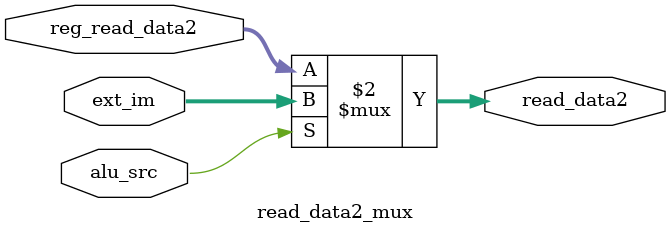
<source format=v>
module reg_write_mux(select_line, instr, reg_write_dest);

input select_line;
input [15:0] instr;
output [2:0] reg_write_dest;

assign reg_write_dest = (select_line == 1'b1) ? instr[5:3] : instr[8:6];
endmodule


module pc_next_mux(jump, pc_j, pc_2bne, pc_next);
input jump;
input [15:0] pc_j, pc_2bne;
output [15:0] pc_next;

assign pc_next = (jump == 1'b1) ? pc_j : pc_2bne;
endmodule

module reg_write_data_mux(reg_write_data, mem_to_reg, mem_read_data, ALU_out);
input mem_to_reg;
input [15:0] mem_read_data, ALU_out;
output [15:0] reg_write_data;

assign reg_write_data = (mem_to_reg == 1'b1) ? mem_read_data : ALU_out;
endmodule

module read_data2_mux(alu_src, reg_read_data2, ext_im, read_data2);
input alu_src;
input [15:0] ext_im, reg_read_data2;
output [15:0] read_data2;

assign read_data2 = (alu_src == 1'b1) ? ext_im : reg_read_data2;
endmodule

</source>
